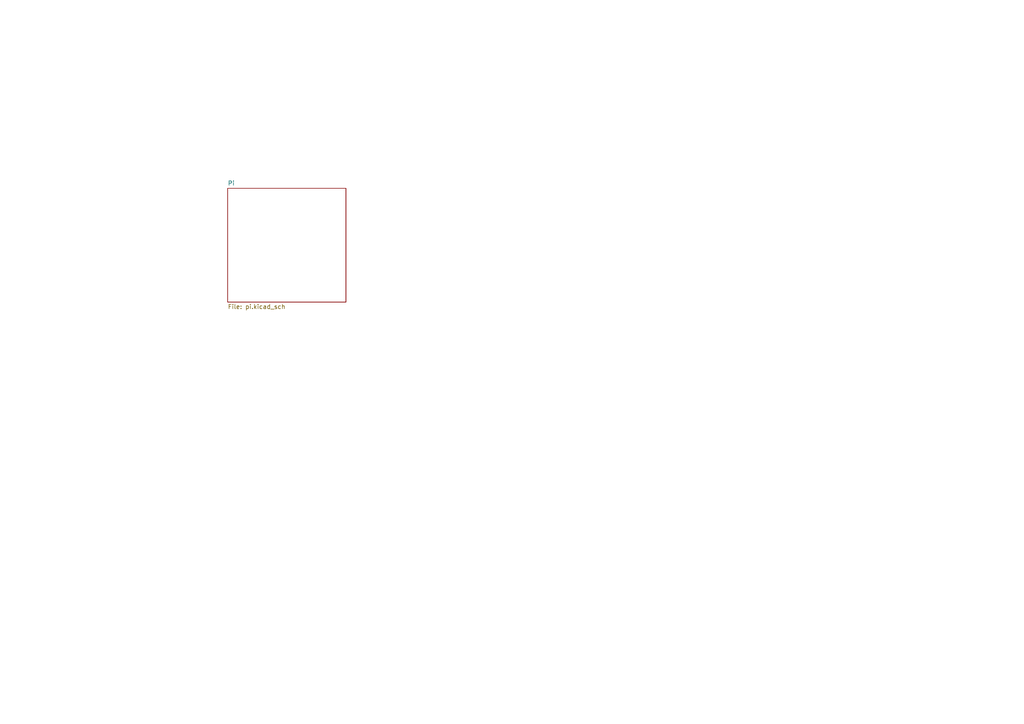
<source format=kicad_sch>
(kicad_sch (version 20230121) (generator eeschema)
  (paper "A4")
  (title_block (title "Dispensy Mainboard") (date "2023-02-19") (company "DrinkRobotics") (comment 2 "!! PCB Thickness: 1mm !!") (comment 4 "DRAFT DRAFT DRAFT DRAFT DRAFT"))
  (lib_symbols)
  (sheet (at 66.04 54.61) (size 34.29 33.02) (stroke (width 0.1524))
    (property "Sheetname" "Pi" (at 66.04 53.8984 0) (effects (justify left bottom)))
    (property "Sheetfile" "pi.kicad_sch" (at 66.04 88.2146 0) (effects (justify left top)))
  )
)
</source>
